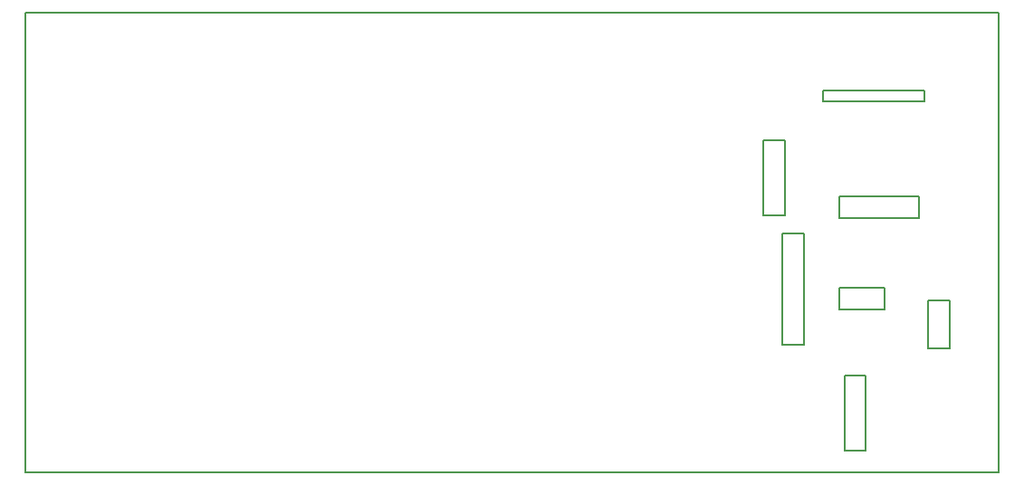
<source format=gbr>
%TF.GenerationSoftware,KiCad,Pcbnew,(6.0.7)*%
%TF.CreationDate,2022-11-03T13:34:30+01:00*%
%TF.ProjectId,opengeiger_ROUND,6f70656e-6765-4696-9765-725f524f554e,rev?*%
%TF.SameCoordinates,Original*%
%TF.FileFunction,Profile,NP*%
%FSLAX46Y46*%
G04 Gerber Fmt 4.6, Leading zero omitted, Abs format (unit mm)*
G04 Created by KiCad (PCBNEW (6.0.7)) date 2022-11-03 13:34:30*
%MOMM*%
%LPD*%
G01*
G04 APERTURE LIST*
%TA.AperFunction,Profile*%
%ADD10C,0.200000*%
%TD*%
G04 APERTURE END LIST*
D10*
X178085029Y-116929903D02*
X180085029Y-116929903D01*
X180085029Y-116929903D02*
X180085029Y-109929903D01*
X180085029Y-109929903D02*
X178085029Y-109929903D01*
X178085029Y-109929903D02*
X178085029Y-116929903D01*
X185556187Y-84280222D02*
X176056187Y-84280222D01*
X176056187Y-84280222D02*
X176056187Y-83280222D01*
X176056187Y-83280222D02*
X185556187Y-83280222D01*
X185556187Y-83280222D02*
X185556187Y-84280222D01*
X185075755Y-95170700D02*
X177575755Y-95170700D01*
X177575755Y-95170700D02*
X177575755Y-93170700D01*
X177575755Y-93170700D02*
X185075755Y-93170700D01*
X185075755Y-93170700D02*
X185075755Y-95170700D01*
X172288758Y-107015646D02*
X174288758Y-107015646D01*
X174288758Y-107015646D02*
X174288758Y-96623762D01*
X174288758Y-96623762D02*
X172288758Y-96623762D01*
X172288758Y-96623762D02*
X172288758Y-107015646D01*
X185910360Y-107366284D02*
X187910360Y-107366284D01*
X187910360Y-107366284D02*
X187910360Y-102892607D01*
X187910360Y-102892607D02*
X185910360Y-102892607D01*
X185910360Y-102892607D02*
X185910360Y-107366284D01*
X170516380Y-94922483D02*
X172516380Y-94922483D01*
X172516380Y-94922483D02*
X172516380Y-87922483D01*
X172516380Y-87922483D02*
X170516380Y-87922483D01*
X170516380Y-87922483D02*
X170516380Y-94922483D01*
X181840666Y-103751069D02*
X177566841Y-103751069D01*
X177566841Y-103751069D02*
X177566841Y-101751069D01*
X177566841Y-101751069D02*
X181840666Y-101751069D01*
X181840666Y-101751069D02*
X181840666Y-103751069D01*
X101500000Y-76000000D02*
X192500000Y-76000000D01*
X192500000Y-76000000D02*
X192500000Y-119000000D01*
X192500000Y-119000000D02*
X101500000Y-119000000D01*
X101500000Y-119000000D02*
X101500000Y-76000000D01*
M02*

</source>
